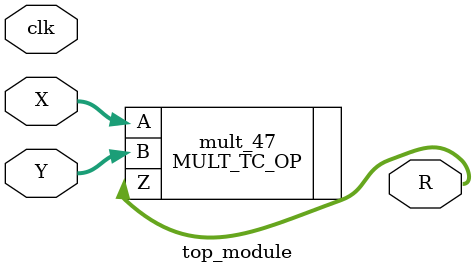
<source format=v>


module top_module ( clk, X, Y, R );
  input [3:0] X;
  input [3:0] Y;
  output [7:0] R;
  input clk;


  MULT_TC_OP mult_47 ( .A(X), .B(Y), .Z(R) );
endmodule


</source>
